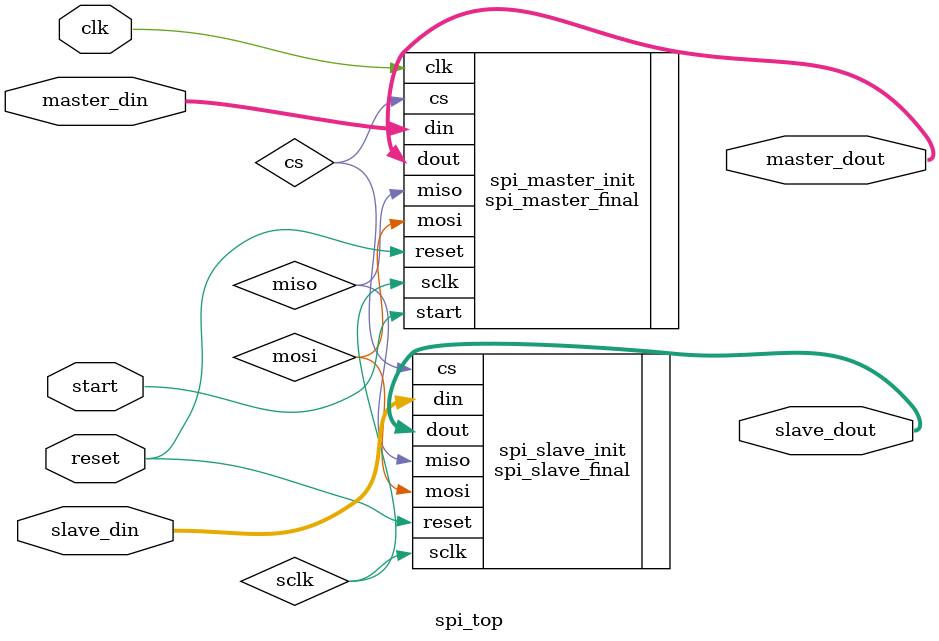
<source format=v>
module spi_top(
  input clk,
  input start,
  input reset,
  input [7:0] master_din,
  input [7:0] slave_din,
  output [7:0] master_dout,
  output [7:0] slave_dout 
);
  
  wire sclk, cs, mosi, miso ;
  
  spi_master_final spi_master_init(
    .clk(clk),
    .reset(reset),
    .sclk(sclk),
    .din(master_din),
    .miso(miso),
    .mosi(mosi),
    .cs(cs),
    .start(start),
    .dout(master_dout)
  );
  
  
  spi_slave_final spi_slave_init(
    .sclk(sclk),
    .cs(cs),
    .mosi(mosi),
    .reset(reset),
    .miso(miso),
    .dout(slave_dout),
    .din(slave_din)
  );
  
  
endmodule

</source>
